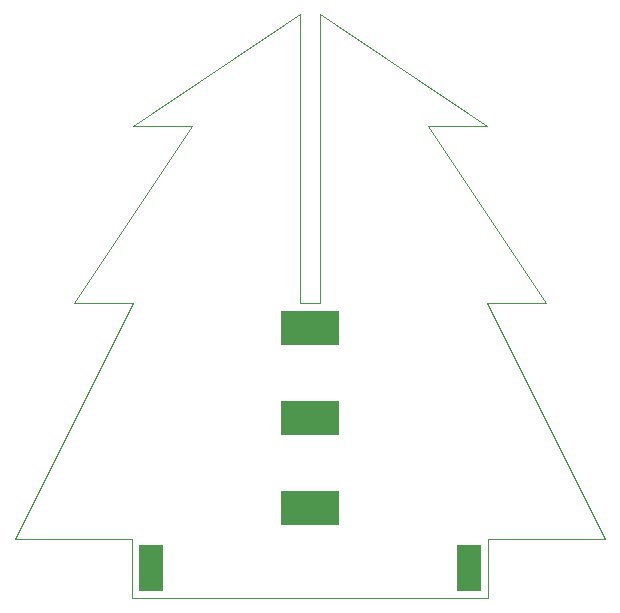
<source format=gbp>
G75*
G70*
%OFA0B0*%
%FSLAX24Y24*%
%IPPOS*%
%LPD*%
%AMOC8*
5,1,8,0,0,1.08239X$1,22.5*
%
%ADD10C,0.0000*%
%ADD11R,0.1969X0.1181*%
%ADD12R,0.0787X0.1575*%
D10*
X000665Y002634D02*
X004602Y010508D01*
X002634Y010508D01*
X006571Y016413D01*
X004602Y016413D01*
X010173Y020144D01*
X010173Y010508D01*
X010842Y010508D01*
X010842Y020144D01*
X016413Y016413D01*
X014445Y016413D01*
X018382Y010508D01*
X016413Y010508D01*
X020350Y002634D01*
X016445Y002634D01*
X016445Y000665D01*
X004571Y000665D01*
X004571Y002634D01*
X000665Y002634D01*
D11*
X010508Y003665D03*
X010508Y006665D03*
X010508Y009665D03*
D12*
X015807Y001665D03*
X005209Y001665D03*
M02*

</source>
